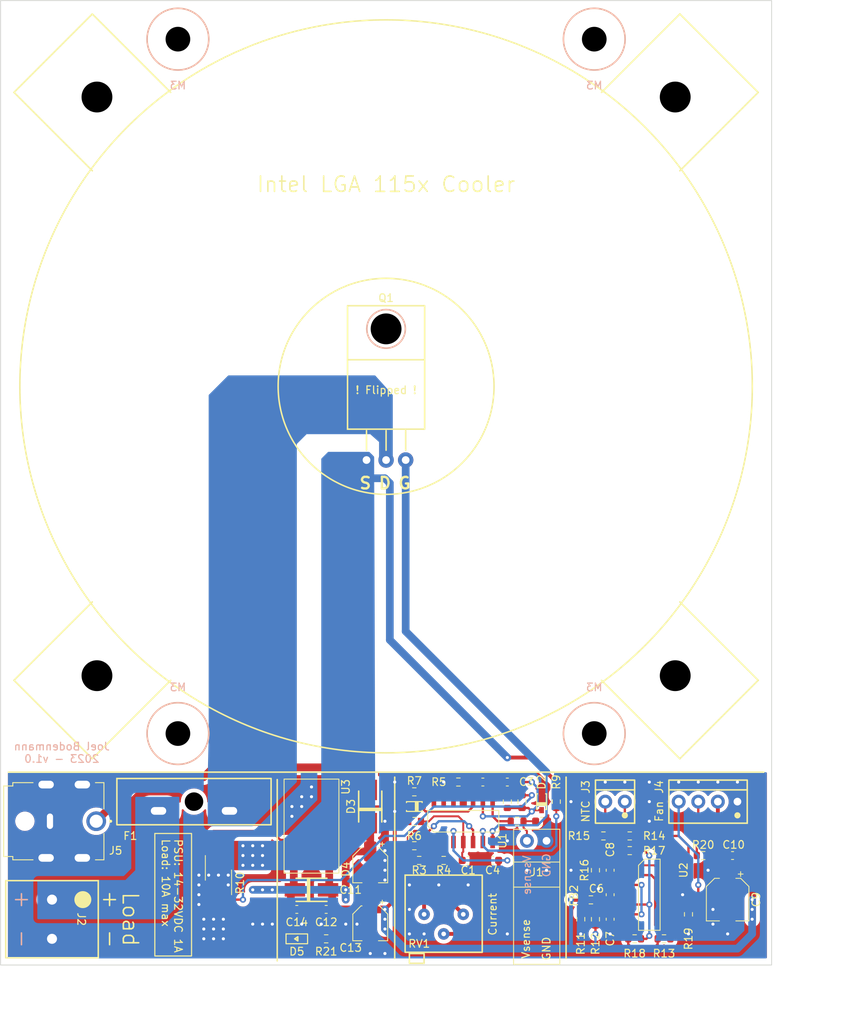
<source format=kicad_pcb>
(kicad_pcb (version 20221018) (generator pcbnew)
  (layers (0 "F.Cu" signal) (31 "B.Cu" signal) (34 "B.Paste" user) (35 "F.Paste" user) (36 "B.SilkS" user "B.Silkscreen") (37 "F.SilkS" user "F.Silkscreen") (38 "B.Mask" user) (39 "F.Mask" user) (44 "Edge.Cuts" user))
  (net 0 "")
  (net 1 "Net-(C2-Pad2)")
  (net 2 "Net-(C3-Pad1)")
  (net 3 "Net-(C6-Pad2)")
  (net 4 "Net-(C7-Pad2)")
  (net 5 "Net-(C5-Pad1)")
  (net 6 "Net-(C8-Pad1)")
  (net 7 "Net-(Q1-Pad3)")
  (net 8 "Net-(Q1-Pad1)")
  (net 9 "Net-(F1-Pad2)")
  (net 10 "Net-(F1-Pad1)")
  (net 11 "Net-(J3-Pad2)")
  (net 12 "Net-(J3-Pad1)")
  (net 13 "Net-(C4-Pad1)")
  (net 14 "Net-(J4-Pad3)")
  (net 15 "Net-(C8-Pad2)")
  (net 16 "GND")
  (net 17 "/Fan Contol/PWM")
  (net 18 "Net-(C11-Pad1)")
  (net 19 "+12V")
  (net 20 "Net-(R6-Pad1)")
  (net 21 "Net-(C1-Pad1)")
  (net 22 "Net-(R6-Pad2)")
  (net 23 "Net-(R10-Pad2)")
  (net 24 "Net-(R10-Pad3)")
  (net 25 "Net-(R9-Pad1)")
  (net 26 "Net-(R13-Pad1)")
  (net 27 "Net-(R17-Pad2)")
  (net 28 "Net-(R19-Pad1)")
  (net 29 "Net-(C3-Pad2)")
  (net 30 "Net-(D3-Pad2)")
  (net 31 "Net-(D5-Pad2)")
  (net 32 "Net-(R3-Pad2)")
  (net 33 "Net-(R4-Pad1)")
  (footprint "resistor_smd:R_0603_1608Metric" (layer "F.Cu") (at 73.66 122.555)
    (fp_text reference "R7")
    (fp_text value "2k")
  )
  (footprint "led:0603" (layer "F.Cu") (at 58.42 141.605)
    (fp_text reference "D5")
    (fp_text value "LED")
  )
  (footprint "package_to:TO-252-3" (layer "F.Cu") (at 60.325 124.46)
    (fp_text reference "U3")
    (fp_text value "7812")
  )
  (footprint "capicator_smd:CP_Elec_4x5.4" (layer "F.Cu") (at 67.945 139.595 -90)
    (fp_text reference "C13")
    (fp_text value "1u")
  )
  (footprint "resistor_smd:R_0603_1608Metric" (layer "F.Cu") (at 62.23 141.605 180)
    (fp_text reference "R21")
    (fp_text value "1k")
  )
  (footprint "connector_molex:molex_kk_1x4_vertical_th" (layer "F.Cu") (at 111.76 123.825 180)
    (fp_text reference "J4")
    (fp_text value "Fan")
  )
  (footprint "mounting:Hole 3.2mm M3" (layer "F.Cu") (at 43 115)
    (fp_text reference "REF**" hide)
    (fp_text value "Hole 3.2mm M3" hide)
  )
  (footprint "resistor_smd:R_0603_1608Metric" (layer "F.Cu") (at 101.6 128.27)
    (fp_text reference "R14")
    (fp_text value "10k")
  )
  (footprint "resistor_smd:R_0603_1608Metric" (layer "F.Cu") (at 79.375 121.285 180)
    (fp_text reference "R5")
    (fp_text value "120k")
  )
  (footprint "package_sod:SOD-323" (layer "F.Cu") (at 73.66 124.46 180)
    (fp_text reference "D1" hide)
    (fp_text value "D_Zener" hide)
  )
  (footprint "package_do:DO-214AC" (layer "F.Cu") (at 67.945 124.46 90)
    (fp_text reference "D3")
    (fp_text value "S1G")
  )
  (footprint "resistor_smd:R_0603_1608Metric" (layer "F.Cu") (at 97.155 139.065 90)
    (fp_text reference "R11")
    (fp_text value "10k")
  )
  (footprint "resistor_smd:R_0603_1608Metric" (layer "F.Cu") (at 73.66 129.54 180)
    (fp_text reference "R6")
    (fp_text value "R")
  )
  (footprint "resistor_smd:R_Shunt_Vishay_WSK2512_6332Metric_T2.21mm" (layer "F.Cu") (at 48.26 133.35 -90)
    (fp_text reference "R10")
    (fp_text value "10m")
  )
  (footprint "resistor_smd:R_0603_1608Metric" (layer "F.Cu") (at 98.187742 128.27 180)
    (fp_text reference "R15")
    (fp_text value "10k")
  )
  (footprint "package_soic:SOIC-14" (layer "F.Cu") (at 104.14 135.89 -90)
    (fp_text reference "U2")
    (fp_text value "LM324" hide)
  )
  (footprint "resistor_smd:R_0603_1608Metric" (layer "F.Cu") (at 92.075 123.825 90)
    (fp_text reference "R9")
    (fp_text value "R")
  )
  (footprint "resistor_smd:R_0603_1608Metric" (layer "F.Cu") (at 77.47 131.445 180)
    (fp_text reference "R4")
    (fp_text value "0R")
  )
  (footprint "resistor_smd:R_0603_1608Metric" (layer "F.Cu") (at 95.25 139.065 -90)
    (fp_text reference "R12")
    (fp_text value "10k")
  )
  (footprint "capicator_smd:CP_Elec_4x5.4" (layer "F.Cu") (at 67.945 132.08 -90)
    (fp_text reference "C11")
    (fp_text value "1u")
  )
  (footprint "resistor_smd:R_0603_1608Metric" (layer "F.Cu") (at 111.125 130.81 180)
    (fp_text reference "R20")
    (fp_text value "10k")
  )
  (footprint "resistor_smd:R_0603_1608Metric" (layer "F.Cu") (at 109.22 138.43 90)
    (fp_text reference "R19")
    (fp_text value "1k")
  )
  (footprint "resistor_smd:R_0603_1608Metric" (layer "F.Cu") (at 74.295 131.445)
    (fp_text reference "R3")
    (fp_text value "0R")
  )
  (footprint "capicator_smd:C_0603_1608Metric" (layer "F.Cu") (at 85.725 121.285)
    (fp_text reference "C3")
    (fp_text value "150p")
  )
  (footprint "package_to:TO-220 Horizontal Flipped" (layer "F.Cu") (at 70 79.55)
    (fp_text reference "Q1")
    (fp_text value "IRF540")
  )
  (footprint "connector_phoenix:connector_phoenix" (layer "F.Cu") (at 26.67 139.065 -90)
    (fp_text reference "J2")
    (fp_text value "Load")
  )
  (footprint "capicator_smd:C_0603_1608Metric" (layer "F.Cu") (at 114.935 130.81 180)
    (fp_text reference "C10")
    (fp_text value "100n")
  )
  (footprint "fuse:LittleFuse 178.6164.0000" (layer "F.Cu") (at 45.085 123.825)
    (fp_text reference "F1")
    (fp_text value "Fuse")
  )
  (footprint "heatsinks:intel_lga_1155" (layer "F.Cu") (at 70 70)
    (fp_text reference "REF**" hide)
    (fp_text value "intel_lga_1155")
  )
  (footprint "capicator_smd:C_0603_1608Metric" (layer "F.Cu") (at 99.06 132.715 90)
    (fp_text reference "C8")
    (fp_text value "100n")
  )
  (footprint "connector_molex:molex_kk_1x2_horizontal_th" (layer "F.Cu") (at 89.535 128.905)
    (fp_text reference "J1")
    (fp_text value "Sense")
  )
  (footprint "capicator_smd:C_0603_1608Metric" (layer "F.Cu") (at 62.23 137.795 180)
    (fp_text reference "C14")
    (fp_text value "100n")
  )
  (footprint "connector_cuidevices:PJ-082BH" (layer "F.Cu") (at 32.405 126.365 -90)
    (fp_text reference "J5")
    (fp_text value "PJ-082BH")
  )
  (footprint "mounting:Hole 3.2mm M3" (layer "F.Cu") (at 43 25)
    (fp_text reference "REF**" hide)
    (fp_text value "Hole 3.2mm M3" hide)
  )
  (footprint "capicator_smd:C_0603_1608Metric" (layer "F.Cu") (at 83.82 131.445 180)
    (fp_text reference "C4")
    (fp_text value "100n")
  )
  (footprint "package_sod:SOD-323" (layer "F.Cu") (at 90.17 123.825 90)
    (fp_text reference "D2")
    (fp_text value "D_Zener" hide)
  )
  (footprint "capicator_smd:C_0603_1608Metric" (layer "F.Cu") (at 80.645 131.445)
    (fp_text reference "C1")
    (fp_text value "C")
  )
  (footprint "mounting:Hole 3.2mm M3" (layer "F.Cu") (at 97 25)
    (fp_text reference "REF**" hide)
    (fp_text value "Hole 3.2mm M3" hide)
  )
  (footprint "capicator_smd:C_0603_1608Metric" (layer "F.Cu") (at 90.17 126.365 180)
    (fp_text reference "C2" hide)
    (fp_text value "15nF")
  )
  (footprint "resistor_trimmer:Bourns 3296P" (layer "F.Cu") (at 77.47 138.43)
    (fp_text reference "RV1")
    (fp_text value "R_Potentiometer")
  )
  (footprint "capicator_smd:C_0603_1608Metric" (layer "F.Cu") (at 99.06 139.065 90)
    (fp_text reference "C7")
    (fp_text value "C")
  )
  (footprint "ferrite_bead:ferrite_bead_0603" (layer "F.Cu") (at 73.66 126.365)
    (fp_text reference "FB1" hide)
    (fp_text value "600R")
  )
  (footprint "ferrite_bead:ferrite_bead_0603" (layer "F.Cu") (at 96.52 136.525)
    (fp_text reference "FB2")
    (fp_text value "600R")
  )
  (footprint "capicator_smd:CP_Elec_5x5.4" (layer "F.Cu") (at 114.3 136.525 -90)
    (fp_text reference "C9")
    (fp_text value "C")
  )
  (footprint "connector_molex:molex_kk_1x2_vertical_th" (layer "F.Cu") (at 99.695 123.825 180)
    (fp_text reference "J3")
    (fp_text value "NTC 10k")
  )
  (footprint "capicator_smd:C_0603_1608Metric" (layer "F.Cu") (at 99.06 135.89 -90)
    (fp_text reference "C6")
    (fp_text value "C")
  )
  (footprint "mounting:Hole 3.2mm M3" (layer "F.Cu") (at 97 115)
    (fp_text reference "REF**" hide)
    (fp_text value "Hole 3.2mm M3" hide)
  )
  (footprint "resistor_smd:R_0603_1608Metric" (layer "F.Cu") (at 102.235 141.605 180)
    (fp_text reference "R18")
    (fp_text value "2k")
  )
  (footprint "resistor_smd:R_0603_1608Metric" (layer "F.Cu") (at 86.995 126.365)
    (fp_text reference "R1" hide)
    (fp_text value "1k")
  )
  (footprint "resistor_smd:R_0603_1608Metric" (layer "F.Cu") (at 85.725 123.825 90)
    (fp_text reference "R2" hide)
    (fp_text value "120k")
  )
  (footprint "package_soic:SOIC-14" (layer "F.Cu") (at 80.01 126.365)
    (fp_text reference "U1")
    (fp_text value "LM324" hide)
  )
  (footprint "resistor_smd:R_0603_1608Metric" (layer "F.Cu") (at 87.63 123.825 -90)
    (fp_text reference "R8" hide)
    (fp_text value "2k")
  )
  (footprint "resistor_smd:R_0603_1608Metric" (layer "F.Cu") (at 101.6 130.175)
    (fp_text reference "R17")
    (fp_text value "1k")
  )
  (footprint "resistor_smd:R_0603_1608Metric" (layer "F.Cu") (at 97.155 132.715 90)
    (fp_text reference "R16")
    (fp_text value "100k")
  )
  (footprint "capicator_smd:C_0603_1608Metric" (layer "F.Cu") (at 82.55 121.285)
    (fp_text reference "C5" hide)
    (fp_text value "100n")
  )
  (footprint "package_do:DO-214AC" (layer "F.Cu") (at 60.325 135.255)
    (fp_text reference "D4")
    (fp_text value "S1G")
  )
  (footprint "capicator_smd:C_0603_1608Metric" (layer "F.Cu") (at 58.42 137.795)
    (fp_text reference "C12")
    (fp_text value "100n")
  )
  (footprint "resistor_smd:R_0603_1608Metric" (layer "F.Cu") (at 106.045 141.605)
    (fp_text reference "R13")
    (fp_text value "4k7")
  )
  (gr_line (start 21 120) (end 119 120) (stroke (width 0.2)) (layer "F.SilkS"))
  (gr_rect (start 40.005 127.9525) (end 44.7675 143.8275) (stroke (width 0.15)) (fill none) (layer "F.SilkS"))
  (gr_line (start 93.345 120.65) (end 93.345 144.145) (stroke (width 0.2)) (layer "F.SilkS"))
  (gr_line (start 71.12 120.65) (end 71.12 144.145) (stroke (width 0.2)) (layer "F.SilkS"))
  (gr_line (start 55.88 120.9675) (end 55.88 144.4625) (stroke (width 0.2)) (layer "F.SilkS"))
  (gr_rect locked (start 20 20) (end 120 145) (stroke (width 0.1)) (fill none) (layer "Edge.Cuts"))
  (gr_text "M3" (at 43 31) (layer "B.SilkS") (effects (font (size 1 1)) (justify mirror)))
  (gr_text "Joel Bodenmann\n2023 - v1.0" (at 27.94 117.475) (layer "B.SilkS") (effects (font (size 1 1)) (justify mirror)))
  (gr_text "Vsense" (at 88.265 133.35 90) (layer "B.SilkS") (effects (font (size 1 1)) (justify mirror)))
  (gr_text "M3" (at 97 109) (layer "B.SilkS") (effects (font (size 1 1)) (justify mirror)))
  (gr_text "-" (at 22.86 141.605 270) (layer "B.SilkS") (effects (font (size 2 2) (thickness 0.2)) (justify mirror)))
  (gr_text "M3" (at 97 31) (layer "B.SilkS") (effects (font (size 1 1)) (justify mirror)))
  (gr_text "M3" (at 43 109) (layer "B.SilkS") (effects (font (size 1 1)) (justify mirror)))
  (gr_text "GND" (at 90.805 132.08 90) (layer "B.SilkS") (effects (font (size 1 1)) (justify mirror)))
  (gr_text "+" (at 22.86 136.525 270) (layer "B.SilkS") (effects (font (size 2 2) (thickness 0.2)) (justify mirror)))
  (gr_text "GND" (at 90.805 142.875 90) (layer "F.SilkS") (effects (font (size 1 1))))
  (gr_text "Vsense" (at 88.138 141.605 90) (layer "F.SilkS") (effects (font (size 1 1))))
  (gr_text "+" (at 34.29 136.525 270) (layer "F.SilkS") (effects (font (size 2 2) (thickness 0.2))))
  (gr_text "Current" (at 83.82 138.43 90) (layer "F.SilkS") (effects (font (size 1 1))))
  (gr_text "NTC" (at 95.885 125.095 90) (layer "F.SilkS") (effects (font (size 1 1))))
  (gr_text "Fan" (at 105.41 125.095 90) (layer "F.SilkS") (effects (font (size 1 1))))
  (gr_text "-" (at 34.29 141.605 270) (layer "F.SilkS") (effects (font (size 2 2) (thickness 0.2))))
  (gr_text "G" (at 72.39 82.55) (layer "F.SilkS") (effects (font (size 1.5 1.5) (thickness 0.3))))
  (gr_text "PSU: 14-32VDC 1A\nLoad: 10A max" (at 42.2275 128.5875 270) (layer "F.SilkS") (effects (font (size 1 1)) (justify left)))
  (gr_text "Load" (at 36.83 139.065 270) (layer "F.SilkS") (effects (font (size 2 2) (thickness 0.2))))
  (gr_text "D" (at 69.85 82.55) (layer "F.SilkS") (effects (font (size 1.5 1.5) (thickness 0.3))))
  (gr_text "S\n" (at 67.31 82.55) (layer "F.SilkS") (effects (font (size 1.5 1.5) (thickness 0.3))))
  (segment (start 88.265 127.635) (end 88.265 128.905) (width 0.25) (layer "F.Cu") (net 1))
  (segment (start 87.82 126.365) (end 89.395 126.365) (width 0.25) (layer "F.Cu") (net 1))
  (segment (start 87.82 127.19) (end 88.265 127.635) (width 0.25) (layer "F.Cu") (net 1))
  (segment (start 87.82 126.365) (end 87.82 127.19) (width 0.25) (layer "F.Cu") (net 1))
  (segment (start 84.455 126.365) (end 86.17 126.365) (width 0.3) (layer "F.Cu") (net 2))
  (segment (start 85.725 123) (end 84.9498 123) (width 0.3) (layer "F.Cu") (net 2))
  (segment (start 84.95 121.78) (end 85.725 122.555) (width 0.3) (layer "F.Cu") (net 2))
  (segment (start 83.82 123.665) (end 83.82 125.73) (width 0.3) (layer "F.Cu") (net 2))
  (segment (start 83.82 125.73) (end 84.455 126.365) (width 0.3) (layer "F.Cu") (net 2))
  (segment (start 84.2848 123.665) (end 83.82 123.665) (width 0.3) (layer "F.Cu") (net 2))
  (segment (start 84.9498 123) (end 84.2848 123.665) (width 0.3) (layer "F.Cu") (net 2))
  (segment (start 84.95 121.285) (end 84.95 121.78) (width 0.3) (layer "F.Cu") (net 2))
  (segment (start 85.725 122.555) (end 85.725 123) (width 0.3) (layer "F.Cu") (net 2))
  (segment (start 99.555 136.665) (end 100.33 135.89) (width 0.25) (layer "F.Cu") (net 3))
  (segment (start 99.06 136.665) (end 99.555 136.665) (width 0.25) (layer "F.Cu") (net 3))
  (segment (start 98.057 136.665) (end 99.06 136.665) (width 0.3) (layer "F.Cu") (net 3))
  (segment (start 97.949 136.557) (end 98.057 136.665) (width 0.3) (layer "F.Cu") (net 3))
  (segment (start 97.389 136.557) (end 97.949 136.557) (width 0.3) (layer "F.Cu") (net 3))
  (segment (start 100.33 135.89) (end 101.44 135.89) (width 0.25) (layer "F.Cu") (net 3))
  (segment (start 101.44 134.62) (end 103.124 134.62) (width 0.3) (layer "F.Cu") (net 4))
  (segment (start 101.44 138.43) (end 99.2 138.43) (width 0.3) (layer "F.Cu") (net 4))
  (segment (start 97.155 138.24) (end 99.01 138.24) (width 0.3) (layer "F.Cu") (net 4))
  (segment (start 95.25 138.24) (end 97.155 138.24) (width 0.3) (layer "F.Cu") (net 4))
  (segment (start 101.44 138.43) (end 103.124 138.43) (width 0.3) (layer "F.Cu") (net 4))
  (segment (start 99.01 138.24) (end 99.06 138.29) (width 0.3) (layer "F.Cu") (net 4))
  (segment (start 99.2 138.43) (end 99.06 138.29) (width 0.3) (layer "F.Cu") (net 4))
  (via (at 103.124 134.62) (size 0.8) (drill 0.4) (layers "F.Cu" "B.Cu") (net 4))
  (via (at 103.124 138.43) (size 0.8) (drill 0.4) (layers "F.Cu" "B.Cu") (net 4))
  (segment (start 103.124 138.43) (end 103.124 134.62) (width 0.3) (layer "B.Cu") (net 4))
  (segment (start 81.28 123.665) (end 81.28 124.46) (width 0.3) (layer "F.Cu") (net 5))
  (segment (start 80.645 125.095) (end 75.12 125.095) (width 0.3) (layer "F.Cu") (net 5))
  (segment (start 74.485 123.379152) (end 74.485 122.555) (width 0.3) (layer "F.Cu") (net 5))
  (segment (start 81.28 121.78) (end 81.775 121.285) (width 0.3) (layer "F.Cu") (net 5))
  (segment (start 74.76 124.735) (end 74.76 124.46) (width 0.3) (layer "F.Cu") (net 5))
  (segment (start 75.12 125.095) (end 74.76 124.735) (width 0.3) (layer "F.Cu") (net 5))
  (segment (start 74.76 123.654152) (end 74.485 123.379152) (width 0.3) (layer "F.Cu") (net 5))
  (segment (start 81.28 124.46) (end 80.645 125.095) (width 0.3) (layer "F.Cu") (net 5))
  (segment (start 81.775 121.285) (end 80.2 121.285) (width 0.3) (layer "F.Cu") (net 5))
  (segment (start 74.76 124.46) (end 74.76 123.654152) (width 0.3) (layer "F.Cu") (net 5))
  (segment (start 81.28 123.665) (end 81.28 121.78) (width 0.3) (layer "F.Cu") (net 5))
  (segment (start 106.87 141.605) (end 106.68 141.605) (width 0.3) (layer "F.Cu") (net 6))
  (segment (start 99.01 133.54) (end 99.06 133.49) (width 0.3) (layer "F.Cu") (net 6))
  (segment (start 104.902 139.827) (end 104.902 133.858) (width 0.3) (layer "F.Cu") (net 6))
  (segment (start 101.44 133.35) (end 99.2 133.35) (width 0.3) (layer "F.Cu") (net 6))
  (segment (start 104.394 133.35) (end 101.44 133.35) (width 0.3) (layer "F.Cu") (net 6))
  (segment (start 106.68 141.605) (end 104.902 139.827) (width 0.3) (layer "F.Cu") (net 6))
  (segment (start 104.902 133.858) (end 104.394 133.35) (width 0.3) (layer "F.Cu") (net 6))
  (segment (start 97.155 133.54) (end 99.01 133.54) (width 0.3) (layer "F.Cu") (net 6))
  (segment (start 99.2 133.35) (end 99.06 133.49) (width 0.3) (layer "F.Cu") (net 6))
  (segment (start 85.725 118.11) (end 88.9 118.11) (width 0.5) (layer "F.Cu") (net 7))
  (segment (start 92.075 121.285) (end 92.075 123) (width 0.5) (layer "F.Cu") (net 7))
  (segment (start 88.9 118.11) (end 92.075 121.285) (width 0.5) (layer "F.Cu") (net 7))
  (via (at 53.975 132.08) (size 0.8) (drill 0.4) (layers "F.Cu" "B.Cu") (net 7))
  (via (at 53.975 130.81) (size 0.8) (drill 0.4) (layers "F.Cu" "B.Cu") (net 7))
  (via (at 51.435 130.81) (size 0.8) (drill 0.4) (layers "F.Cu" "B.Cu") (net 7))
  (via (at 51.435 129.54) (size 0.8) (drill 0.4) (layers "F.Cu" "B.Cu") (net 7))
  (via (at 85.725 118.11) (size 0.8) (drill 0.4) (layers "F.Cu" "B.Cu") (net 7))
  (via (at 52.705 132.08) (size 0.8) (drill 0.4) (layers "F.Cu" "B.Cu") (net 7))
  (via (at 53.975 129.54) (size 0.8) (drill 0.4) (layers "F.Cu" "B.Cu") (net 7))
  (via (at 51.435 132.08) (size 0.8) (drill 0.4) (layers "F.Cu" "B.Cu") (net 7))
  (via (at 52.705 129.54) (size 0.8) (drill 0.4) (layers "F.Cu" "B.Cu") (net 7))
  (via (at 52.705 130.81) (size 0.8) (drill 0.4) (layers "F.Cu" "B.Cu") (net 7))
  (segment (start 69.85 81.915) (end 67.61 81.915) (width 1) (layer "B.Cu") (net 7))
  (segment (start 70.485 102.87) (end 70.485 82.55) (width 1) (layer "B.Cu") (net 7))
  (segment (start 70.485 82.55) (end 69.85 81.915) (width 1) (layer "B.Cu") (net 7))
  (segment (start 85.725 118.11) (end 70.485 102.87) (width 1) (layer "B.Cu") (net 7))
  (segment (start 83.82 129.065) (end 83.82 127.635) (width 0.3) (layer "F.Cu") (net 8))
  (via (at 83.82 127.635) (size 0.8) (drill 0.4) (layers "F.Cu" "B.Cu") (net 8))
  (segment (start 89.65 126.885) (end 90.805 125.73) (width 0.3) (layer "B.Cu") (net 8))
  (segment (start 90.805 125.73) (end 90.805 120.015) (width 0.3) (layer "B.Cu") (net 8))
  (segment (start 72.54 79.55) (end 72.54 101.75) (width 1) (layer "B.Cu") (net 8))
  (segment (start 83.82 127.635) (end 84.57 126.885) (width 0.3) (layer "B.Cu") (net 8))
  (segment (start 84.57 126.885) (end 89.65 126.885) (width 0.3) (layer "B.Cu") (net 8))
  (segment (start 72.54 101.75) (end 90.805 120.015) (width 1) (layer "B.Cu") (net 8))
  (segment (start 99.012742 126.444742) (end 99.012742 128.27) (width 0.3) (layer "F.Cu") (net 11))
  (segment (start 98.425 123.825) (end 98.425 125.857) (width 0.3) (layer "F.Cu") (net 11))
  (segment (start 98.425 125.857) (end 99.012742 126.444742) (width 0.3) (layer "F.Cu") (net 11))
  (segment (start 100.965 125.73) (end 100.965 123.825) (width 0.3) (layer "F.Cu") (net 12))
  (segment (start 108.248661 137.16) (end 109.22 136.188661) (width 0.3) (layer "F.Cu") (net 12))
  (segment (start 109.22 129.54) (end 107.95 128.27) (width 0.3) (layer "F.Cu") (net 12))
  (segment (start 102.425 128.27) (end 102.425 127.19) (width 0.3) (layer "F.Cu") (net 12))
  (segment (start 106.84 137.16) (end 108.248661 137.16) (width 0.3) (layer "F.Cu") (net 12))
  (segment (start 109.22 136.188661) (end 109.22 129.54) (width 0.3) (layer "F.Cu") (net 12))
  (segment (start 102.425 127.19) (end 100.965 125.73) (width 0.3) (layer "F.Cu") (net 12))
  (segment (start 107.95 128.27) (end 102.425 128.27) (width 0.3) (layer "F.Cu") (net 12))
  (segment (start 85.725 131.445) (end 84.595 131.445) (width 0.3) (layer "F.Cu") (net 13))
  (segment (start 77.47 140.97) (end 82.55 140.97) (width 0.5) (layer "F.Cu") (net 13))
  (segment (start 84.595 138.925) (end 84.595 131.445) (width 0.5) (layer "F.Cu") (net 13))
  (segment (start 82.55 140.97) (end 84.595 138.925) (width 0.5) (layer "F.Cu") (net 13))
  (segment (start 78.74 129.065) (end 78.74 127.635) (width 0.3) (layer "F.Cu") (net 13))
  (via (at 85.725 131.445) (size 0.8) (drill 0.4) (layers "F.Cu" "B.Cu") (net 13))
  (via (at 78.74 127.635) (size 0.8) (drill 0.4) (layers "F.Cu" "B.Cu") (net 13))
  (segment (start 80.01 131.445) (end 78.74 130.175) (width 0.3) (layer "B.Cu") (net 13))
  (segment (start 78.74 130.175) (end 78.74 127.635) (width 0.3) (layer "B.Cu") (net 13))
  (segment (start 85.725 131.445) (end 80.01 131.445) (width 0.3) (layer "B.Cu") (net 13))
  (segment (start 110.49 128.27) (end 110.3 128.46) (width 0.3) (layer "F.Cu") (net 14))
  (segment (start 110.49 123.825) (end 110.49 128.27) (width 0.3) (layer "F.Cu") (net 14))
  (segment (start 110.3 128.46) (end 110.3 130.81) (width 0.3) (layer "F.Cu") (net 14))
  (segment (start 101.44 132.08) (end 100.188917 132.08) (width 0.25) (layer "F.Cu") (net 15))
  (segment (start 106.045 138.43) (end 105.41 137.795) (width 0.25) (layer "F.Cu") (net 15))
  (segment (start 106.84 138.43) (end 106.045 138.43) (width 0.25) (layer "F.Cu") (net 15))
  (segment (start 100.775 130.823355) (end 101.44 131.488355) (width 0.3) (layer "F.Cu") (net 15))
  (segment (start 105.41 132.715) (end 104.775 132.08) (width 0.25) (layer "F.Cu") (net 15))
  (segment (start 100.775 130.175) (end 100.775 130.823355) (width 0.3) (layer "F.Cu") (net 15))
  (segment (start 101.44 131.488355) (end 101.44 132.08) (width 0.3) (layer "F.Cu") (net 15))
  (segment (start 100.188917 132.08) (end 100.048917 131.94) (width 0.25) (layer "F.Cu") (net 15))
  (segment (start 99.01 131.89) (end 99.06 131.94) (width 0.3) (layer "F.Cu") (net 15))
  (segment (start 104.775 132.08) (end 101.44 132.08) (width 0.25) (layer "F.Cu") (net 15))
  (segment (start 97.155 131.89) (end 99.01 131.89) (width 0.3) (layer "F.Cu") (net 15))
  (segment (start 100.048917 131.94) (end 99.06 131.94) (width 0.25) (layer "F.Cu") (net 15))
  (segment (start 105.41 137.795) (end 105.41 132.715) (width 0.25) (layer "F.Cu") (net 15))
  (segment (start 78.55 121.285) (end 77.47 121.285) (width 0.3) (layer "F.Cu") (net 16))
  (segment (start 97.549 135.115) (end 97.536 135.128) (width 0.3) (layer "F.Cu") (net 16))
  (segment (start 80.01 122.555) (end 79.756 122.301) (width 0.3) (layer "F.Cu") (net 16))
  (segment (start 95.25 139.89) (end 95.25 140.97) (width 0.3) (layer "F.Cu") (net 16))
  (segment (start 99.06 135.115) (end 97.549 135.115) (width 0.3) (layer "F.Cu") (net 16))
  (segment (start 80.01 123.665) (end 80.01 122.555) (width 0.3) (layer "F.Cu") (net 16))
  (segment (start 78.867 122.301) (end 78.55 121.984) (width 0.3) (layer "F.Cu") (net 16))
  (segment (start 99.06 139.84) (end 99.06 140.97) (width 0.3) (layer "F.Cu") (net 16))
  (segment (start 79.756 122.301) (end 78.867 122.301) (width 0.3) (layer "F.Cu") (net 16))
  (segment (start 106.84 135.89) (end 108.458 135.89) (width 0.3) (layer "F.Cu") (net 16))
  (segment (start 78.55 121.984) (end 78.55 121.285) (width 0.3) (layer "F.Cu") (net 16))
  (via (at 69.85 131.445) (size 0.8) (drill 0.4) (layers "F.Cu" "B.Cu") (net 16))
  (via (at 111.76 132.715) (size 0.8) (drill 0.4) (layers "F.Cu" "B.Cu") (net 16))
  (via (at 46.99 133.35) (size 0.8) (drill 0.4) (layers "F.Cu" "B.Cu") (net 16))
  (via (at 107.95 121.285) (size 0.8) (drill 0.4) (layers "F.Cu" "B.Cu") (net 16))
  (via (at 59.055 139.7) (size 0.8) (drill 0.4) (layers "F.Cu" "B.Cu") (net 16))
  (via (at 57.785 125.73) (size 0.8) (drill 0.4) (layers "F.Cu" "B.Cu") (net 16))
  (via (at 93.98 132.715) (size 0.8) (drill 0.4) (layers "F.Cu" "B.Cu") (net 16))
  (via (at 77.47 121.285) (size 0.8) (drill 0.4) (layers "F.Cu" "B.Cu") (net 16))
  (via (at 53.975 139.7) (size 0.8) (drill 0.4) (layers "F.Cu" "B.Cu") (net 16))
  (via (at 112.395 139.7) (size 0.8) (drill 0.4) (layers "F.Cu" "B.Cu") (net 16))
  (via (at 88.265 132.715) (size 0.8) (drill 0.4) (layers "F.Cu" "B.Cu") (net 16))
  (via (at 46.355 140.335) (size 0.8) (drill 0.4) (layers "F.Cu" "B.Cu") (net 16))
  (via (at 48.26 133.35) (size 0.8) (drill 0.4) (layers "F.Cu" "B.Cu") (net 16))
  (via (at 55.245 139.7) (size 0.8) (drill 0.4) (layers "F.Cu" "B.Cu") (net 16))
  (via (at 115.57 121.285) (size 0.8) (drill 0.4) (layers "F.Cu" "B.Cu") (net 16))
  (via (at 71.12 121.285) (size 0.8) (drill 0.4) (layers "F.Cu" "B.Cu") (net 16))
  (via (at 108.458 135.89) (size 0.8) (drill 0.4) (layers "F.Cu" "B.Cu") (net 16))
  (via (at 113.03 121.285) (size 0.8) (drill 0.4) (layers "F.Cu" "B.Cu") (net 16))
  (via (at 110.49 121.285) (size 0.8) (drill 0.4) (layers "F.Cu" "B.Cu") (net 16))
  (via (at 104.14 126.365) (size 0.8) (drill 0.4) (layers "F.Cu" "B.Cu") (net 16))
  (via (at 60.325 123.19) (size 0.8) (drill 0.4) (layers "F.Cu" "B.Cu") (net 16))
  (via (at 45.72 133.35) (size 0.8) (drill 0.4) (layers "F.Cu" "B.Cu") (net 16))
  (via (at 59.055 124.46) (size 0.8) (drill 0.4) (layers "F.Cu" "B.Cu") (net 16))
  (via (at 49.53 133.35) (size 0.8) (drill 0.4) (layers "F.Cu" "B.Cu") (net 16))
  (via (at 48.895 140.335) (size 0.8) (drill 0.4) (layers "F.Cu" "B.Cu") (net 16))
  (via (at 85.725 128.905) (size 0.8) (drill 0.4) (layers "F.Cu" "B.Cu") (net 16))
  (via (at 73.025 140.97) (size 0.8) (drill 0.4) (layers "F.Cu" "B.Cu") (net 16))
  (via (at 66.224588 139.7) (size 0.8) (drill 0.4) (layers "F.Cu" "B.Cu") (net 16))
  (via (at 98.425 121.285) (size 0.8) (drill 0.4) (layers "F.Cu" "B.Cu") (net 16))
  (via (at 76.835 134.62) (size 0.8) (drill 0.4) (layers "F.Cu" "B.Cu") (net 16))
  (via (at 71.12 125.095) (size 0.8) (drill 0.4) (layers "F.Cu" "B.Cu") (net 16))
  (via (at 95.25 140.97) (size 0.8) (drill 0.4) (layers "F.Cu" "B.Cu") (net 16))
  (via (at 85.725 140.97) (size 0.8) (drill 0.4) (layers "F.Cu" "B.Cu") (net 16))
  (via (at 45.72 134.62) (size 0.8) (drill 0.4) (layers "F.Cu" "B.Cu") (net 16))
  (via (at 69.85 143.51) (size 0.8) (drill 0.4) (layers "F.Cu" "B.Cu") (net 16))
  (via (at 48.895 141.605) (size 0.8) (drill 0.4) (layers "F.Cu" "B.Cu") (net 16))
  (via (at 64.77 139.7) (size 0.8) (drill 0.4) (layers "F.Cu" "B.Cu") (net 16))
  (via (at 104.14 121.285) (size 0.8) (drill 0.4) (layers "F.Cu" "B.Cu") (net 16))
  (via (at 80.645 134.62) (size 0.8) (drill 0.4) (layers "F.Cu" "B.Cu") (net 16))
  (via (at 49.53 134.62) (size 0.8) (drill 0.4) (layers "F.Cu" "B.Cu") (net 16))
  (via (at 48.895 139.065) (size 0.8) (drill 0.4) (layers "F.Cu" "B.Cu") (net 16))
  (via (at 52.705 139.7) (size 0.8) (drill 0.4) (layers "F.Cu" "B.Cu") (net 16))
  (via (at 47.625 140.335) (size 0.8) (drill 0.4) (layers "F.Cu" "B.Cu") (net 16))
  (via (at 46.355 141.605) (size 0.8) (drill 0.4) (layers "F.Cu" "B.Cu") (net 16))
  (via (at 73.025 134.62) (size 0.8) (drill 0.4) (layers "F.Cu" "B.Cu") (net 16))
  (via (at 47.625 139.065) (size 0.8) (drill 0.4) (layers "F.Cu" "B.Cu") (net 16))
  (via (at 59.055 123.19) (size 0.8) (drill 0.4) (layers "F.Cu" "B.Cu") (net 16))
  (via (at 57.785 124.46) (size 0.8) (drill 0.4) (layers "F.Cu" "B.Cu") (net 16))
  (via (at 93.98 123.825) (size 0.8) (drill 0.4) (layers "F.Cu" "B.Cu") (net 16))
  (via (at 67.945 143.51) (size 0.8) (drill 0.4) (layers "F.Cu" "B.Cu") (net 16))
  (via (at 97.536 135.128) (size 0.8) (drill 0.4) (layers "F.Cu" "B.Cu") (net 16))
  (via (at 45.72 135.89) (size 0.8) (drill 0.4) (layers "F.Cu" "B.Cu") (net 16))
  (via (at 99.06 140.97) (size 0.8) (drill 0.4) (layers "F.Cu" "B.Cu") (net 16))
  (via (at 45.72 137.16) (size 0.8) (drill 0.4) (layers "F.Cu" "B.Cu") (net 16))
  (via (at 69.85 132.715) (size 0.8) (drill 0.4) (layers "F.Cu" "B.Cu") (net 16))
  (via (at 69.85 133.985) (size 0.8) (drill 0.4) (layers "F.Cu" "B.Cu") (net 16))
  (via (at 69.85 126.365) (size 0.8) (drill 0.4) (layers "F.Cu" "B.Cu") (net 16))
  (via (at 61.595 139.7) (size 0.8) (drill 0.4) (layers "F.Cu" "B.Cu") (net 16))
  (via (at 73.025 137.795) (size 0.8) (drill 0.4) (layers "F.Cu" "B.Cu") (net 16))
  (via (at 114.3 140.97) (size 0.8) (drill 0.4) (layers "F.Cu" "B.Cu") (net 16))
  (via (at 112.395 137.795) (size 0.8) (drill 0.4) (layers "F.Cu" "B.Cu") (net 16))
  (via (at 100.965 121.285) (size 0.8) (drill 0.4) (layers "F.Cu" "B.Cu") (net 16))
  (via (at 74.93 140.97) (size 0.8) (drill 0.4) (layers "F.Cu" "B.Cu") (net 16))
  (via (at 47.625 141.605) (size 0.8) (drill 0.4) (layers "F.Cu" "B.Cu") (net 16))
  (via (at 60.325 121.92) (size 0.8) (drill 0.4) (layers "F.Cu" "B.Cu") (net 16))
  (via (at 90.805 132.715) (size 0.8) (drill 0.4) (layers "F.Cu" "B.Cu") (net 16))
  (via (at 46.355 139.065) (size 0.8) (drill 0.4) (layers "F.Cu" "B.Cu") (net 16))
  (via (at 104.14 123.825) (size 0.8) (drill 0.4) (layers "F.Cu" "B.Cu") (net 16))
  (via (at 109.22 140.97) (size 0.8) (drill 0.4) (layers "F.Cu" "B.Cu") (net 16))
  (via (at 69.85 130.175) (size 0.8) (drill 0.4) (layers "F.Cu" "B.Cu") (net 16))
  (segment (start 109.22 137.605) (end 110.49 136.335) (width 0.3) (layer "F.Cu") (net 17))
  (segment (start 110.49 136.335) (end 110.49 134.62) (width 0.3) (layer "F.Cu") (net 17))
  (via (at 110.49 134.62) (size 0.8) (drill 0.4) (layers "F.Cu" "B.Cu") (net 17))
  (segment (start 110.49 130.81) (end 107.95 128.27) (width 0.3) (layer "B.Cu") (net 17))
  (segment (start 110.49 134.62) (end 110.49 130.81) (width 0.3) (layer "B.Cu") (net 17))
  (segment (start 107.95 128.27) (end 107.95 123.825) (width 0.3) (layer "B.Cu") (net 17))
  (segment (start 64.77 131.445) (end 65.935 130.28) (width 1) (layer "F.Cu") (net 18))
  (segment (start 58.025 135.105) (end 58.175 135.255) (width 1) (layer "F.Cu") (net 18))
  (segment (start 64.77 136.525) (end 64.77 135.255) (width 1) (layer "F.Cu") (net 18))
  (segment (start 65.935 130.28) (end 67.945 130.28) (width 1) (layer "F.Cu") (net 18))
  (segment (start 58.175 135.255) (end 52.705 135.255) (width 1) (layer "F.Cu") (net 18))
  (segment (start 57.645 135.785) (end 58.175 135.255) (width 1) (layer "F.Cu") (net 18))
  (segment (start 64.77 136.525) (end 64.77 131.445) (width 1) (layer "F.Cu") (net 18))
  (segment (start 67.945 126.61) (end 67.945 130.28) (width 1) (layer "F.Cu") (net 18))
  (segment (start 58.025 131.11) (end 58.025 135.105) (width 1) (layer "F.Cu") (net 18))
  (segment (start 57.645 137.795) (end 57.645 135.785) (width 1) (layer "F.Cu") (net 18))
  (via (at 64.77 135.255) (size 0.8) (drill 0.4) (layers "F.Cu" "B.Cu") (net 18))
  (via (at 55.245 135.255) (size 0.8) (drill 0.4) (layers "F.Cu" "B.Cu") (net 18))
  (via (at 64.77 136.525) (size 0.8) (drill 0.4) (layers "F.Cu" "B.Cu") (net 18))
  (via (at 53.975 135.255) (size 0.8) (drill 0.4) (layers "F.Cu" "B.Cu") (net 18))
  (via (at 52.705 135.255) (size 0.8) (drill 0.4) (layers "F.Cu" "B.Cu") (net 18))
  (segment (start 64.77 135.255) (end 64.77 136.525) (width 1) (layer "B.Cu") (net 18))
  (segment (start 52.705 135.255) (end 64.77 135.255) (width 1) (layer "B.Cu") (net 18))
  (segment (start 67.945 137.795) (end 63.005 137.795) (width 1) (layer "F.Cu") (net 19))
  (segment (start 72.879 126.397) (end 71.723 126.397) (width 0.5) (layer "F.Cu") (net 19))
  (segment (start 97.155 139.89) (end 97.155 140.97) (width 0.3) (layer "F.Cu") (net 19))
  (segment (start 114.16 128.13) (end 114.16 130.81) (width 0.5) (layer "F.Cu") (net 19))
  (segment (start 71.12 127) (end 71.12 131.445) (width 0.5) (layer "F.Cu") (net 19))
  (segment (start 71.723 126.397) (end 71.12 127) (width 0.5) (layer "F.Cu") (net 19))
  (segment (start 63.005 135.785) (end 62.475 135.255) (width 1) (layer "F.Cu") (net 19))
  (segment (start 63.055 141.605) (end 63.055 137.845) (width 0.3) (layer "F.Cu") (net 19))
  (segment (start 69.85 139.065) (end 69.85 140.335) (width 1) (layer "F.Cu") (net 19))
  (segment (start 73.47 131.445) (end 71.12 131.445) (width 0.5) (layer "F.Cu") (net 19))
  (segment (start 113.03 123.825) (end 113.03 127) (width 0.5) (layer "F.Cu") (net 19))
  (segment (start 63.055 137.845) (end 63.005 137.795) (width 0.3) (layer "F.Cu") (net 19))
  (segment (start 94.012 136.557) (end 95.739 136.557) (width 0.5) (layer "F.Cu") (net 19))
  (segment (start 67.945 137.795) (end 69.85 137.795) (width 1) (layer "F.Cu") (net 19))
  (segment (start 96.374 130.175) (end 98.87 130.175) (width 0.5) (layer "F.Cu") (net 19))
  (segment (start 71.12 136.525) (end 69.85 137.795) (width 0.5) (layer "F.Cu") (net 19))
  (segment (start 63.005 137.795) (end 63.005 135.785) (width 1) (layer "F.Cu") (net 19))
  (segment (start 117.475 139.065) (end 117.475 135.255) (width 1) (layer "F.Cu") (net 19))
  (segment (start 93.98 136.525) (end 94.012 136.557) (width 0.5) (layer "F.Cu") (net 19))
  (segment (start 95.739 130.81) (end 96.374 130.175) (width 0.5) (layer "F.Cu") (net 19))
  (segment (start 116.6825 134.4625) (end 114.3 134.4625) (width 1) (layer "F.Cu") (net 19))
  (segment (start 117.475 135.255) (end 116.6825 134.4625) (width 1) (layer "F.Cu") (net 19))
  (segment (start 114.16 130.81) (end 114.16 134.3225) (width 0.5) (layer "F.Cu") (net 19))
  (segment (start 62.625 135.105) (end 62.475 135.255) (width 1) (layer "F.Cu") (net 19))
  (segment (start 95.739 136.557) (end 95.739 130.81) (width 0.5) (layer "F.Cu") (net 19))
  (segment (start 69.85 137.795) (end 69.85 139.065) (width 1) (layer "F.Cu") (net 19))
  (segment (start 62.625 131.11) (end 62.625 135.105) (width 1) (layer "F.Cu") (net 19))
  (segment (start 114.16 134.3225) (end 114.3 134.4625) (width 0.5) (layer "F.Cu") (net 19))
  (segment (start 111.95 130.81) (end 114.16 130.81) (width 0.3) (layer "F.Cu") (net 19))
  (segment (start 113.03 127) (end 114.16 128.13) (width 0.5) (layer "F.Cu") (net 19))
  (segment (start 98.87 130.175) (end 100.775 128.27) (width 0.5) (layer "F.Cu") (net 19))
  (segment (start 71.12 131.445) (end 71.12 136.525) (width 0.5) (layer "F.Cu") (net 19))
  (via (at 93.98 136.525) (size 0.8) (drill 0.4) (layers "F.Cu" "B.Cu") (net 19))
  (via (at 117.475 139.065) (size 0.8) (drill 0.4) (layers "F.Cu" "B.Cu") (net 19))
  (via (at 69.85 137.795) (size 0.8) (drill 0.4) (layers "F.Cu" "B.Cu") (net 19))
  (via (at 117.475 137.795) (size 0.8) (drill 0.4) (layers "F.Cu" "B.Cu") (net 19))
  (via (at 69.85 140.335) (size 0.8) (drill 0.4) (layers "F.Cu" "B.Cu") (net 19))
  (via (at 97.155 140.97) (size 0.8) (drill 0.4) (layers "F.Cu" "B.Cu") (net 19))
  (via (at 69.85 139.065) (size 0.8) (drill 0.4) (layers "F.Cu" "B.Cu") (net 19))
  (via (at 117.475 136.525) (size 0.8) (drill 0.4) (layers "F.Cu" "B.Cu") (net 19))
  (segment (start 97.155 140.97) (end 97.155 142.875) (width 0.3) (layer "B.Cu") (net 19))
  (segment (start 69.85 140.335) (end 72.39 142.875) (width 1) (layer "B.Cu") (net 19))
  (segment (start 94.107 142.875) (end 96.901 142.875) (width 1) (layer "B.Cu") (net 19))
  (segment (start 97.028 142.748) (end 96.901 142.875) (width 0.3) (layer "B.Cu") (net 19))
  (segment (start 96.901 142.875) (end 115.57 142.875) (width 1) (layer "B.Cu") (net 19))
  (segment (start 72.39 142.875) (end 94.107 142.875) (width 1) (layer "B.Cu") (net 19))
  (segment (start 69.85 137.795) (end 69.85 140.335) (width 1) (layer "B.Cu") (net 19))
  (segment (start 93.98 136.525) (end 93.98 142.748) (width 0.5) (layer "B.Cu") (net 19))
  (segment (start 115.57 142.875) (end 117.475 140.97) (width 1) (layer "B.Cu") (net 19))
  (segment (start 93.98 142.748) (end 94.107 142.875) (width 0.5) (layer "B.Cu") (net 19))
  (segment (start 117.475 140.97) (end 117.475 136.525) (width 1) (layer "B.Cu") (net 19))
  (segment (start 76.2 129.065) (end 77.47 129.065) (width 0.25) (layer "F.Cu") (net 20))
  (segment (start 74.96 129.065) (end 74.485 129.54) (width 0.25) (layer "F.Cu") (net 20))
  (segment (start 76.2 129.065) (end 74.96 129.065) (width 0.25) (layer "F.Cu") (net 20))
  (segment (start 80.01 129.065) (end 80.01 130.315) (width 0.25) (layer "F.Cu") (net 21))
  (segment (start 80.01 126.365) (end 79.375 125.73) (width 0.25) (layer "F.Cu") (net 21))
  (segment (start 75.533 126.397) (end 74.529 126.397) (width 0.25) (layer "F.Cu") (net 21))
  (segment (start 80.01 129.065) (end 80.01 126.365) (width 0.25) (layer "F.Cu") (net 21))
  (segment (start 79.375 125.73) (end 76.2 125.73) (width 0.25) (layer "F.Cu") (net 21))
  (segment (start 80.01 130.315) (end 79.87 130.455) (width 0.25) (layer "F.Cu") (net 21))
  (segment (start 76.2 125.73) (end 75.533 126.397) (width 0.25) (layer "F.Cu") (net 21))
  (segment (start 79.87 130.455) (end 79.87 131.445) (width 0.25) (layer "F.Cu") (net 21))
  (segment (start 75.565 127.635) (end 73.66 127.635) (width 0.3) (layer "F.Cu") (net 22))
  (segment (start 81.28 127.508) (end 81.28 129.065) (width 0.3) (layer "F.Cu") (net 22))
  (segment (start 80.772 127) (end 81.28 127.508) (width 0.3) (layer "F.Cu") (net 22))
  (segment (start 72.835 128.46) (end 72.835 129.54) (width 0.3) (layer "F.Cu") (net 22))
  (segment (start 76.2 127) (end 75.565 127.635) (width 0.3) (layer "F.Cu") (net 22))
  (segment (start 73.66 127.635) (end 72.835 128.46) (width 0.3) (layer "F.Cu") (net 22))
  (via (at 76.2 127) (size 0.8) (drill 0.4) (layers "F.Cu" "B.Cu") (net 22))
  (via (at 80.772 127) (size 0.8) (drill 0.4) (layers "F.Cu" "B.Cu") (net 22))
  (segment (start 80.137 126.365) (end 76.835 126.365) (width 0.3) (layer "B.Cu") (net 22))
  (segment (start 76.835 126.365) (end 76.2 127) (width 0.3) (layer "B.Cu") (net 22))
  (segment (start 80.772 127) (end 80.137 126.365) (width 0.3) (layer "B.Cu") (net 22))
  (segment (start 65.405 127.635) (end 65.405 125.095) (width 0.3) (layer "F.Cu") (net 23))
  (segment (start 47.625 127.635) (end 55.13 127.635) (width 0.3) (layer "F.Cu") (net 23))
  (segment (start 66.04 124.46) (end 69.85 124.46) (width 0.3) (layer "F.Cu") (net 23))
  (segment (start 55.13 127.635) (end 56.285 128.79) (width 0.3) (layer "F.Cu") (net 23))
  (segment (start 46.99 128.27) (end 46.99 129.92) (width 0.3) (layer "F.Cu") (net 23))
  (segment (start 64.25 128.79) (end 65.405 127.635) (width 0.3) (layer "F.Cu") (net 23))
  (segment (start 69.85 124.46) (end 71.755 122.555) (width 0.3) (layer "F.Cu") (net 23))
  (segment (start 71.755 122.555) (end 72.835 122.555) (width 0.3) (layer "F.Cu") (net 23))
  (segment (start 56.285 128.79) (end 64.25 128.79) (width 0.3) (layer "F.Cu") (net 23))
  (segment (start 46.99 128.27) (end 47.625 127.635) (width 0.3) (layer "F.Cu") (net 23))
  (segment (start 65.405 125.095) (end 66.04 124.46) (width 0.3) (layer "F.Cu") (net 23))
  (segment (start 51.435 136.525) (end 49.785 136.525) (width 0.3) (layer "F.Cu") (net 24))
  (segment (start 49.785 136.525) (end 49.53 136.78) (width 0.3) (layer "F.Cu") (net 24))
  (segment (start 88.895825 123) (end 87.63 123) (width 0.3) (layer "F.Cu") (net 24))
  (segment (start 88.900225 122.9956) (end 88.895825 123) (width 0.3) (layer "F.Cu") (net 24))
  (via (at 88.900225 122.9956) (size 0.8) (drill 0.4) (layers "F.Cu" "B.Cu") (net 24))
  (via (at 51.435 136.525) (size 0.8) (drill 0.4) (layers "F.Cu" "B.Cu") (net 24))
  (segment (start 52.07 133.985) (end 51.435 134.62) (width 0.3) (layer "B.Cu") (net 24))
  (segment (start 76.2 124.46) (end 72.39 128.27) (width 0.3) (layer "B.Cu") (net 24))
  (segment (start 87.63 124.46) (end 76.2 124.46) (width 0.3) (layer "B.Cu") (net 24))
  (segment (start 72.39 128.27) (end 69.85 128.27) (width 0.3) (layer "B.Cu") (net 24))
  (segment (start 88.900225 123.189775) (end 87.63 124.46) (width 0.3) (layer "B.Cu") (net 24))
  (segment (start 51.435 134.62) (end 51.435 136.525) (width 0.3) (layer "B.Cu") (net 24))
  (segment (start 88.900225 122.9956) (end 88.900225 123.189775) (width 0.3) (layer "B.Cu") (net 24))
  (segment (start 69.85 128.27) (end 64.135 133.985) (width 0.3) (layer "B.Cu") (net 24))
  (segment (start 64.135 133.985) (end 52.07 133.985) (width 0.3) (layer "B.Cu") (net 24))
  (segment (start 92.075 125.73) (end 92.075 124.65) (width 0.25) (layer "F.Cu") (net 25))
  (segment (start 82.55 129.065) (end 82.55 127.635) (width 0.3) (layer "F.Cu") (net 25))
  (via (at 92.075 125.73) (size 0.8) (drill 0.4) (layers "F.Cu" "B.Cu") (net 25))
  (via (at 82.55 127.635) (size 0.8) (drill 0.4) (layers "F.Cu" "B.Cu") (net 25))
  (segment (start 83.185 130.175) (end 82.55 129.54) (width 0.3) (layer "B.Cu") (net 25))
  (segment (start 91.44 130.175) (end 83.185 130.175) (width 0.3) (layer "B.Cu") (net 25))
  (segment (start 92.075 125.73) (end 92.075 129.54) (width 0.3) (layer "B.Cu") (net 25))
  (segment (start 92.075 129.54) (end 91.44 130.175) (width 0.3) (layer "B.Cu") (net 25))
  (segment (start 82.55 129.54) (end 82.55 127.635) (width 0.3) (layer "B.Cu") (net 25))
  (segment (start 101.41 142.304) (end 101.727 142.621) (width 0.3) (layer "F.Cu") (net 26))
  (segment (start 101.41 141.605) (end 101.41 142.304) (width 0.3) (layer "F.Cu") (net 26))
  (segment (start 101.44 139.7) (end 101.44 141.575) (width 0.3) (layer "F.Cu") (net 26))
  (segment (start 105.22 142.303) (end 105.22 141.605) (width 0.3) (layer "F.Cu") (net 26))
  (segment (start 104.902 142.621) (end 105.22 142.303) (width 0.3) (layer "F.Cu") (net 26))
  (segment (start 101.44 141.575) (end 101.41 141.605) (width 0.3) (layer "F.Cu") (net 26))
  (segment (start 101.727 142.621) (end 104.902 142.621) (width 0.3) (layer "F.Cu") (net 26))
  (segment (start 103.505 130.175) (end 104.14 130.81) (width 0.3) (layer "F.Cu") (net 27))
  (segment (start 103.06 141.605) (end 103.759 141.605) (width 0.3) (layer "F.Cu") (net 27))
  (segment (start 101.44 137.16) (end 104.14 137.16) (width 0.3) (layer "F.Cu") (net 27))
  (segment (start 103.759 141.605) (end 104.14 141.224) (width 0.3) (layer "F.Cu") (net 27))
  (segment (start 102.425 130.175) (end 103.505 130.175) (width 0.3) (layer "F.Cu") (net 27))
  (via (at 104.14 137.16) (size 0.8) (drill 0.4) (layers "F.Cu" "B.Cu") (net 27))
  (via (at 104.14 130.81) (size 0.8) (drill 0.4) (layers "F.Cu" "B.Cu") (net 27))
  (via (at 104.14 141.224) (size 0.8) (drill 0.4) (layers "F.Cu" "B.Cu") (net 27))
  (segment (start 104.14 137.16) (end 104.14 130.81) (width 0.3) (layer "B.Cu") (net 27))
  (segment (start 104.14 141.224) (end 104.14 137.16) (width 0.3) (layer "B.Cu") (net 27))
  (segment (start 106.84 139.7) (end 108.775 139.7) (width 0.3) (layer "F.Cu") (net 28))
  (segment (start 108.775 139.7) (end 109.22 139.255) (width 0.3) (layer "F.Cu") (net 28))
  (segment (start 89.07 124.925) (end 90.17 124.925) (width 0.3) (layer "F.Cu") (net 29))
  (segment (start 87.63 124.65) (end 85.725 124.65) (width 0.3) (layer "F.Cu") (net 29))
  (segment (start 88.9 125.095) (end 88.455 124.65) (width 0.3) (layer "F.Cu") (net 29))
  (segment (start 82.55 123.665) (end 82.55 125.73) (width 0.3) (layer "F.Cu") (net 29))
  (segment (start 88.9 125.095) (end 89.07 124.925) (width 0.3) (layer "F.Cu") (net 29))
  (segment (start 86.5 121.285) (end 88.9 121.285) (width 0.3) (layer "F.Cu") (net 29))
  (segment (start 88.455 124.65) (end 87.63 124.65) (width 0.3) (layer "F.Cu") (net 29))
  (via (at 88.9 121.285) (size 0.8) (drill 0.4) (layers "F.Cu" "B.Cu") (net 29))
  (via (at 88.9 125.095) (size 0.8) (drill 0.4) (layers "F.Cu" "B.Cu") (net 29))
  (via (at 82.55 125.73) (size 0.8) (drill 0.4) (layers "F.Cu" "B.Cu") (net 29))
  (segment (start 88.9 125.095) (end 89.650225 124.344775) (width 0.3) (layer "B.Cu") (net 29))
  (segment (start 89.650225 124.344775) (end 89.650225 122.035225) (width 0.3) (layer "B.Cu") (net 29))
  (segment (start 88.265 125.73) (end 82.55 125.73) (width 0.3) (layer "B.Cu") (net 29))
  (segment (start 88.9 125.095) (end 88.265 125.73) (width 0.3) (layer "B.Cu") (net 29))
  (segment (start 89.650225 122.035225) (end 88.9 121.285) (width 0.3) (layer "B.Cu") (net 29))
  (segment (start 46.355 120.65) (end 47.625 119.38) (width 1) (layer "F.Cu") (net 30))
  (segment (start 32.405 126.365) (end 38.12 120.65) (width 1) (layer "F.Cu") (net 30))
  (segment (start 67.31 119.38) (end 67.945 120.015) (width 1) (layer "F.Cu") (net 30))
  (segment (start 47.625 119.38) (end 67.31 119.38) (width 1) (layer "F.Cu") (net 30))
  (segment (start 67.945 120.015) (end 67.945 122.31) (width 1) (layer "F.Cu") (net 30))
  (segment (start 38.12 120.65) (end 46.355 120.65) (width 1) (layer "F.Cu") (net 30))
  (segment (start 61.405 141.605) (end 59.22 141.605) (width 0.3) (layer "F.Cu") (net 31))
  (segment (start 75.12 135.255) (end 75.12 131.445) (width 0.5) (layer "F.Cu") (net 32))
  (segment (start 74.93 135.445) (end 75.12 135.255) (width 0.5) (layer "F.Cu") (net 32))
  (segment (start 74.93 138.43) (end 74.93 135.445) (width 0.5) (layer "F.Cu") (net 32))
  (segment (start 78.295 131.445) (end 78.295 136.715) (width 0.5) (layer "F.Cu") (net 33))
  (segment (start 78.295 136.715) (end 80.01 138.43) (width 0.5) (layer "F.Cu") (net 33))
  (zone (net 7) (net_name "Net-(Q1-Pad3)") (layer "F.Cu") (priority 1) (connect_pads yes (clearance 0.508)) (min_thickness 0.254) (fill yes (thermal_gap 0.508) (thermal_bridge_width 0.508))
    (polygon (pts (xy 54.61 132.715) (xy 50.292 132.715) (xy 49.276 131.699) (xy 48.895 131.699) (xy 48.895 129.921) (xy 49.276 129.921) (xy 50.292 128.905) (xy 54.61 128.905)))
  )
  (zone (net 16) (net_name "GND") (layers "F&B.Cu") (connect_pads yes (clearance 0.508)) (min_thickness 0.254) (fill yes (thermal_gap 0.508) (thermal_bridge_width 0.508))
    (polygon (pts (xy 119.38 144.145) (xy 20.955 144.145) (xy 20.955 120.015) (xy 119.38 120.015)))
  )
  (zone (net 9) (net_name "Net-(F1-Pad2)") (layer "B.Cu") (priority 5) (connect_pads yes (clearance 0.508)) (min_thickness 0.254) (fill yes (thermal_gap 0.508) (thermal_bridge_width 0.508))
    (polygon (pts (xy 70.866 79.629) (xy 69.088 79.629) (xy 69.088 77.216) (xy 67.945 76.2) (xy 59.69 76.2) (xy 58.42 77.47) (xy 58.42 121.285) (xy 52.705 127) (xy 46.863 127) (xy 46.863 120.65) (xy 46.99 115.57) (xy 46.99 71.12) (xy 49.53 68.58) (xy 68.58 68.58) (xy 70.866 71.12)))
  )
  (zone (net 10) (net_name "Net-(F1-Pad1)") (layer "B.Cu") (priority 5) (connect_pads yes (clearance 0.508)) (min_thickness 0.254) (fill yes (thermal_gap 0.508) (thermal_bridge_width 0.508))
    (polygon (pts (xy 43.18 137.16) (xy 41.275 139.065) (xy 24.765 139.065) (xy 24.765 133.985) (xy 36.195 133.985) (xy 37.465 132.715) (xy 37.465 123.19) (xy 43.18 123.19)))
  )
  (zone (net 7) (net_name "Net-(Q1-Pad3)") (layer "B.Cu") (priority 5) (connect_pads yes (clearance 0.508)) (min_thickness 0.254) (fill yes (thermal_gap 0.508) (thermal_bridge_width 0.508))
    (polygon (pts (xy 68.453 79.121) (xy 68.58 120.269) (xy 68.58 127.635) (xy 63.5 132.715) (xy 50.8 132.715) (xy 50.8 128.905) (xy 56.515 128.905) (xy 61.595 123.825) (xy 61.595 79.375) (xy 62.484 78.486) (xy 66.1035 78.486) (xy 67.818 78.486)))
  )
)
</source>
